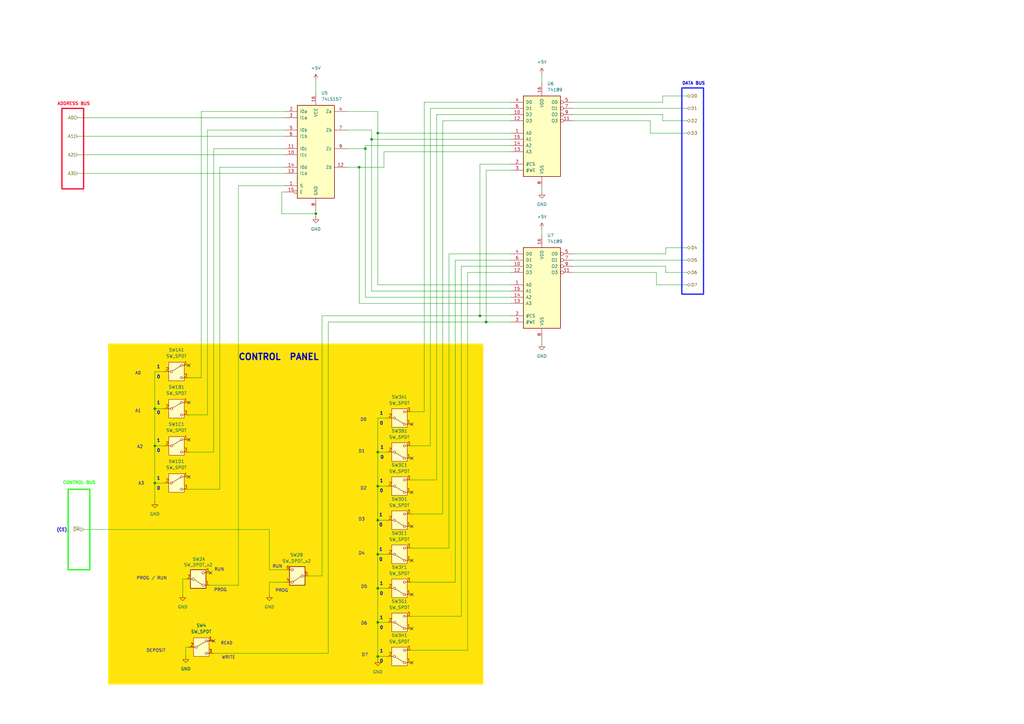
<source format=kicad_sch>
(kicad_sch (version 20231120) (generator "eeschema") (generator_version "8.0")
  (paper "A3")
  (title_block (title "ISAP-1 COMPUTER revision B") (date "2024-11-27") (rev "Version 1") (comment 1 "by Linca Marius Gheorghe") (comment 3 "Memory Subsystem"))
  (lib_symbols
    (symbol "74xx:74LS157" (pin_names (offset 1.016))
      (property "Reference" "U" (at -7.62 19.05 0))
      (property "Value" "74LS157" (at -7.62 -21.59 0))
      (symbol "74LS157_1_0"
        (pin input line (at -12.7 -15.24 0) (length 5.08) (name "S") (number "1"))
        (pin input line (at -12.7 -2.54 0) (length 5.08) (name "I1c") (number "10"))
        (pin input line (at -12.7 0 0) (length 5.08) (name "I0c") (number "11"))
        (pin output line (at 12.7 -7.62 180) (length 5.08) (name "Zd") (number "12"))
        (pin input line (at -12.7 -10.16 0) (length 5.08) (name "I1d") (number "13"))
        (pin input line (at -12.7 -7.62 0) (length 5.08) (name "I0d") (number "14"))
        (pin input inverted (at -12.7 -17.78 0) (length 5.08) (name "E") (number "15"))
        (pin power_in line (at 0 22.86 270) (length 5.08) (name "VCC") (number "16"))
        (pin input line (at -12.7 15.24 0) (length 5.08) (name "I0a") (number "2"))
        (pin input line (at -12.7 12.7 0) (length 5.08) (name "I1a") (number "3"))
        (pin output line (at 12.7 15.24 180) (length 5.08) (name "Za") (number "4"))
        (pin input line (at -12.7 7.62 0) (length 5.08) (name "I0b") (number "5"))
        (pin input line (at -12.7 5.08 0) (length 5.08) (name "I1b") (number "6"))
        (pin output line (at 12.7 7.62 180) (length 5.08) (name "Zb") (number "7"))
        (pin power_in line (at 0 -25.4 90) (length 5.08) (name "GND") (number "8"))
        (pin output line (at 12.7 0 180) (length 5.08) (name "Zc") (number "9"))
      )
      (symbol "74LS157_1_1"
        (rectangle (start -7.62 17.78) (end 7.62 -20.32) (stroke (width 0.254)) (fill (type background)))
      )
    )
    (symbol "Switch:SW_DPDT_x2" (pin_names (offset 0) hide)
      (property "Reference" "SW" (at 0 5.08 0))
      (property "Value" "SW_DPDT_x2" (at 0 -5.08 0))
      (symbol "SW_DPDT_x2_0_0"
        (circle (center -2.032 0) (radius 0.508))
        (circle (center 2.032 -2.54) (radius 0.508))
      )
      (symbol "SW_DPDT_x2_0_1"
        (rectangle (start -3.175 3.81) (end 3.175 -3.81) (stroke (width 0.254)) (fill (type background)))
        (polyline (pts (xy -1.524 0.254) (xy 1.5748 2.286)))
        (circle (center 2.032 2.54) (radius 0.508))
      )
      (symbol "SW_DPDT_x2_1_1"
        (pin passive line (at 5.08 2.54 180) (length 2.54) (name "A") (number "1"))
        (pin passive line (at -5.08 0 0) (length 2.54) (name "B") (number "2"))
        (pin passive line (at 5.08 -2.54 180) (length 2.54) (name "C") (number "3"))
      )
      (symbol "SW_DPDT_x2_2_1"
        (pin passive line (at 5.08 2.54 180) (length 2.54) (name "A") (number "4"))
        (pin passive line (at -5.08 0 0) (length 2.54) (name "B") (number "5"))
        (pin passive line (at 5.08 -2.54 180) (length 2.54) (name "C") (number "6"))
      )
    )
    (symbol "Switch:SW_SPDT" (pin_names (offset 0) hide)
      (property "Reference" "SW" (at 0 5.08 0))
      (property "Value" "SW_SPDT" (at 0 -5.08 0))
      (symbol "SW_SPDT_0_1"
        (circle (center -2.032 0) (radius 0.4572))
        (polyline (pts (xy -1.651 0.254) (xy 1.651 2.286)))
        (circle (center 2.032 -2.54) (radius 0.4572))
        (circle (center 2.032 2.54) (radius 0.4572))
      )
      (symbol "SW_SPDT_1_1"
        (rectangle (start -3.175 3.81) (end 3.175 -3.81) (fill (type background)))
        (pin passive line (at 5.08 2.54 180) (length 2.54) (name "A") (number "1"))
        (pin passive line (at -5.08 0 0) (length 2.54) (name "B") (number "2"))
        (pin passive line (at 5.08 -2.54 180) (length 2.54) (name "C") (number "3"))
      )
    )
    (symbol "TTL_Local:74189" (pin_names (offset 1.016))
      (property "Reference" "U" (at -7.62 16.51 0))
      (property "Value" "74189" (at -7.62 -19.05 0))
      (symbol "74189_1_0"
        (pin input line (at -12.7 0 0) (length 5.08) (name "A0") (number "1"))
        (pin input line (at -12.7 7.62 0) (length 5.08) (name "D2") (number "10"))
        (pin output inverted (at 12.7 5.08 180) (length 5.08) (name "O3") (number "11"))
        (pin input line (at -12.7 5.08 0) (length 5.08) (name "D3") (number "12"))
        (pin input line (at -12.7 -7.62 0) (length 5.08) (name "A3") (number "13"))
        (pin input line (at -12.7 -5.08 0) (length 5.08) (name "A2") (number "14"))
        (pin input line (at -12.7 -2.54 0) (length 5.08) (name "A1") (number "15"))
        (pin power_in line (at 0 20.32 270) (length 5.08) (name "VDD") (number "16"))
        (pin input line (at -12.7 -12.7 0) (length 5.08) (name "#CS") (number "2"))
        (pin input line (at -12.7 -15.24 0) (length 5.08) (name "#WE") (number "3"))
        (pin input line (at -12.7 12.7 0) (length 5.08) (name "D0") (number "4"))
        (pin output inverted (at 12.7 12.7 180) (length 5.08) (name "O0") (number "5"))
        (pin input line (at -12.7 10.16 0) (length 5.08) (name "D1") (number "6"))
        (pin output inverted (at 12.7 10.16 180) (length 5.08) (name "O1") (number "7"))
        (pin power_in line (at 0 -22.86 90) (length 5.08) (name "VSS") (number "8"))
        (pin output inverted (at 12.7 7.62 180) (length 5.08) (name "O2") (number "9"))
      )
      (symbol "74189_1_1"
        (rectangle (start -7.62 15.24) (end 7.62 -17.78) (stroke (width 0.254)) (fill (type background)))
      )
    )
    (symbol "power:+5V" (power) (pin_numbers hide) (pin_names (offset 0) hide)
      (property "Value" "+5V" (at 0 3.556 0))
      (symbol "+5V_0_1"
        (polyline (pts (xy -0.762 1.27) (xy 0 2.54)))
        (polyline (pts (xy 0 0) (xy 0 2.54)))
        (polyline (pts (xy 0 2.54) (xy 0.762 1.27)))
      )
      (symbol "+5V_1_1"
        (pin power_in line (at 0 0 90) (length 0) (name "~") (number "1"))
      )
    )
    (symbol "power:GND" (power) (pin_numbers hide) (pin_names (offset 0) hide)
      (property "Value" "GND" (at 0 -3.81 0))
      (symbol "GND_0_1"
        (polyline (pts (xy 0 0) (xy 0 -1.27) (xy 1.27 -1.27) (xy 0 -2.54) (xy -1.27 -1.27) (xy 0 -1.27)))
      )
      (symbol "GND_1_1"
        (pin power_in line (at 0 0 270) (length 0) (name "~") (number "1"))
      )
    )
  )
  (junction (at 154.94 185.42))
  (junction (at 129.54 87.63))
  (junction (at 154.94 269.24))
  (junction (at 154.94 255.27))
  (junction (at 154.94 213.36))
  (junction (at 63.5 167.64))
  (junction (at 154.94 227.33))
  (junction (at 152.4 57.15))
  (junction (at 196.85 129.54))
  (junction (at 154.94 54.61))
  (junction (at 154.94 199.39))
  (junction (at 199.39 132.08))
  (junction (at 154.94 241.3))
  (junction (at 63.5 182.88))
  (junction (at 149.86 60.96))
  (junction (at 63.5 198.12))
  (junction (at 147.32 68.58))
  (no_connect (at 168.91 243.84))
  (no_connect (at 168.91 215.9))
  (no_connect (at 168.91 187.96))
  (no_connect (at 168.91 173.99))
  (no_connect (at 168.91 229.87))
  (no_connect (at 77.47 180.34))
  (no_connect (at 86.36 234.95))
  (no_connect (at 77.47 149.86))
  (no_connect (at 168.91 257.81))
  (no_connect (at 168.91 271.78))
  (no_connect (at 77.47 165.1))
  (no_connect (at 77.47 195.58))
  (no_connect (at 168.91 201.93))
  (no_connect (at 87.63 262.89))
  (wire (pts (xy 191.77 111.76) (xy 191.77 266.7)))
  (wire (pts (xy 154.94 213.36) (xy 154.94 227.33)))
  (wire (pts (xy 209.55 49.53) (xy 181.61 49.53)))
  (wire (pts (xy 77.47 185.42) (xy 87.63 185.42)))
  (wire (pts (xy 157.48 62.23) (xy 157.48 68.58)))
  (wire (pts (xy 87.63 60.96) (xy 87.63 185.42)))
  (wire (pts (xy 115.57 78.74) (xy 115.57 87.63)))
  (wire (pts (xy 271.78 49.53) (xy 281.94 49.53)))
  (wire (pts (xy 234.95 104.14) (xy 273.05 104.14)))
  (wire (pts (xy 116.84 78.74) (xy 115.57 78.74)))
  (wire (pts (xy 149.86 121.92) (xy 149.86 60.96)))
  (wire (pts (xy 168.91 182.88) (xy 176.53 182.88)))
  (wire (pts (xy 67.31 167.64) (xy 63.5 167.64)))
  (wire (pts (xy 85.09 53.34) (xy 116.84 53.34)))
  (wire (pts (xy 209.55 111.76) (xy 191.77 111.76)))
  (wire (pts (xy 129.54 87.63) (xy 129.54 88.9)))
  (wire (pts (xy 158.75 241.3) (xy 154.94 241.3)))
  (wire (pts (xy 152.4 119.38) (xy 152.4 57.15)))
  (wire (pts (xy 234.95 49.53) (xy 266.7 49.53)))
  (wire (pts (xy 147.32 68.58) (xy 142.24 68.58)))
  (wire (pts (xy 63.5 198.12) (xy 67.31 198.12)))
  (wire (pts (xy 271.78 46.99) (xy 271.78 49.53)))
  (wire (pts (xy 63.5 182.88) (xy 67.31 182.88)))
  (wire (pts (xy 234.95 106.68) (xy 281.94 106.68)))
  (wire (pts (xy 31.75 48.26) (xy 116.84 48.26)))
  (wire (pts (xy 186.69 106.68) (xy 186.69 238.76)))
  (wire (pts (xy 154.94 227.33) (xy 154.94 241.3)))
  (wire (pts (xy 273.05 104.14) (xy 273.05 101.6)))
  (wire (pts (xy 63.5 167.64) (xy 63.5 182.88)))
  (wire (pts (xy 271.78 41.91) (xy 234.95 41.91)))
  (wire (pts (xy 152.4 53.34) (xy 142.24 53.34)))
  (wire (pts (xy 97.79 76.2) (xy 116.84 76.2)))
  (wire (pts (xy 154.94 269.24) (xy 154.94 270.51)))
  (wire (pts (xy 222.25 77.47) (xy 222.25 78.74)))
  (wire (pts (xy 110.49 233.68) (xy 116.84 233.68)))
  (wire (pts (xy 168.91 196.85) (xy 179.07 196.85)))
  (wire (pts (xy 209.55 62.23) (xy 157.48 62.23)))
  (wire (pts (xy 266.7 54.61) (xy 266.7 49.53)))
  (wire (pts (xy 158.75 255.27) (xy 154.94 255.27)))
  (wire (pts (xy 271.78 39.37) (xy 271.78 41.91)))
  (wire (pts (xy 209.55 59.69) (xy 149.86 59.69)))
  (wire (pts (xy 269.24 116.84) (xy 269.24 111.76)))
  (wire (pts (xy 86.36 240.03) (xy 97.79 240.03)))
  (wire (pts (xy 222.25 139.7) (xy 222.25 140.97)))
  (wire (pts (xy 271.78 39.37) (xy 281.94 39.37)))
  (wire (pts (xy 110.49 217.17) (xy 110.49 233.68)))
  (wire (pts (xy 63.5 198.12) (xy 63.5 205.74)))
  (wire (pts (xy 77.47 154.94) (xy 82.55 154.94)))
  (wire (pts (xy 31.75 55.88) (xy 116.84 55.88)))
  (wire (pts (xy 67.31 152.4) (xy 63.5 152.4)))
  (wire (pts (xy 234.95 111.76) (xy 269.24 111.76)))
  (wire (pts (xy 199.39 132.08) (xy 209.55 132.08)))
  (wire (pts (xy 158.75 171.45) (xy 154.94 171.45)))
  (wire (pts (xy 87.63 60.96) (xy 116.84 60.96)))
  (wire (pts (xy 209.55 54.61) (xy 154.94 54.61)))
  (wire (pts (xy 77.47 200.66) (xy 90.17 200.66)))
  (wire (pts (xy 199.39 69.85) (xy 199.39 132.08)))
  (wire (pts (xy 209.55 121.92) (xy 149.86 121.92)))
  (wire (pts (xy 110.49 238.76) (xy 116.84 238.76)))
  (wire (pts (xy 90.17 68.58) (xy 90.17 200.66)))
  (wire (pts (xy 184.15 104.14) (xy 184.15 224.79)))
  (wire (pts (xy 154.94 199.39) (xy 154.94 213.36)))
  (wire (pts (xy 189.23 109.22) (xy 189.23 252.73)))
  (wire (pts (xy 176.53 44.45) (xy 176.53 182.88)))
  (wire (pts (xy 152.4 57.15) (xy 152.4 53.34)))
  (wire (pts (xy 273.05 111.76) (xy 273.05 109.22)))
  (wire (pts (xy 209.55 41.91) (xy 173.99 41.91)))
  (wire (pts (xy 179.07 46.99) (xy 179.07 196.85)))
  (wire (pts (xy 132.08 236.22) (xy 132.08 129.54)))
  (wire (pts (xy 222.25 93.98) (xy 222.25 96.52)))
  (wire (pts (xy 63.5 182.88) (xy 63.5 198.12)))
  (wire (pts (xy 90.17 68.58) (xy 116.84 68.58)))
  (wire (pts (xy 154.94 241.3) (xy 154.94 255.27)))
  (wire (pts (xy 85.09 53.34) (xy 85.09 170.18)))
  (wire (pts (xy 209.55 67.31) (xy 196.85 67.31)))
  (wire (pts (xy 209.55 106.68) (xy 186.69 106.68)))
  (wire (pts (xy 63.5 152.4) (xy 63.5 167.64)))
  (wire (pts (xy 168.91 224.79) (xy 184.15 224.79)))
  (wire (pts (xy 154.94 45.72) (xy 142.24 45.72)))
  (wire (pts (xy 173.99 41.91) (xy 173.99 168.91)))
  (wire (pts (xy 196.85 67.31) (xy 196.85 129.54)))
  (wire (pts (xy 154.94 227.33) (xy 158.75 227.33)))
  (wire (pts (xy 77.47 265.43) (xy 76.2 265.43)))
  (wire (pts (xy 209.55 69.85) (xy 199.39 69.85)))
  (wire (pts (xy 196.85 129.54) (xy 209.55 129.54)))
  (wire (pts (xy 234.95 44.45) (xy 281.94 44.45)))
  (wire (pts (xy 234.95 109.22) (xy 273.05 109.22)))
  (wire (pts (xy 97.79 76.2) (xy 97.79 240.03)))
  (wire (pts (xy 76.2 265.43) (xy 76.2 269.24)))
  (wire (pts (xy 74.93 237.49) (xy 74.93 243.84)))
  (wire (pts (xy 134.62 267.97) (xy 134.62 132.08)))
  (wire (pts (xy 157.48 68.58) (xy 147.32 68.58)))
  (wire (pts (xy 31.75 71.12) (xy 116.84 71.12)))
  (wire (pts (xy 209.55 109.22) (xy 189.23 109.22)))
  (wire (pts (xy 85.09 170.18) (xy 77.47 170.18)))
  (wire (pts (xy 129.54 33.02) (xy 129.54 38.1)))
  (wire (pts (xy 74.93 237.49) (xy 76.2 237.49)))
  (wire (pts (xy 281.94 54.61) (xy 266.7 54.61)))
  (wire (pts (xy 31.75 63.5) (xy 116.84 63.5)))
  (wire (pts (xy 115.57 87.63) (xy 129.54 87.63)))
  (wire (pts (xy 168.91 238.76) (xy 186.69 238.76)))
  (wire (pts (xy 154.94 116.84) (xy 154.94 54.61)))
  (wire (pts (xy 154.94 54.61) (xy 154.94 45.72)))
  (wire (pts (xy 149.86 59.69) (xy 149.86 60.96)))
  (wire (pts (xy 168.91 210.82) (xy 181.61 210.82)))
  (wire (pts (xy 154.94 255.27) (xy 154.94 269.24)))
  (wire (pts (xy 209.55 57.15) (xy 152.4 57.15)))
  (wire (pts (xy 110.49 238.76) (xy 110.49 243.84)))
  (wire (pts (xy 154.94 185.42) (xy 154.94 199.39)))
  (wire (pts (xy 82.55 45.72) (xy 82.55 154.94)))
  (wire (pts (xy 147.32 124.46) (xy 147.32 68.58)))
  (wire (pts (xy 154.94 185.42) (xy 158.75 185.42)))
  (wire (pts (xy 209.55 44.45) (xy 176.53 44.45)))
  (wire (pts (xy 134.62 132.08) (xy 199.39 132.08)))
  (wire (pts (xy 127 236.22) (xy 132.08 236.22)))
  (wire (pts (xy 142.24 60.96) (xy 149.86 60.96)))
  (wire (pts (xy 234.95 46.99) (xy 271.78 46.99)))
  (wire (pts (xy 181.61 49.53) (xy 181.61 210.82)))
  (wire (pts (xy 154.94 213.36) (xy 158.75 213.36)))
  (wire (pts (xy 209.55 116.84) (xy 154.94 116.84)))
  (wire (pts (xy 281.94 116.84) (xy 269.24 116.84)))
  (wire (pts (xy 158.75 269.24) (xy 154.94 269.24)))
  (wire (pts (xy 168.91 168.91) (xy 173.99 168.91)))
  (wire (pts (xy 87.63 267.97) (xy 134.62 267.97)))
  (wire (pts (xy 222.25 30.48) (xy 222.25 34.29)))
  (wire (pts (xy 154.94 199.39) (xy 158.75 199.39)))
  (wire (pts (xy 209.55 104.14) (xy 184.15 104.14)))
  (wire (pts (xy 168.91 266.7) (xy 191.77 266.7)))
  (wire (pts (xy 168.91 252.73) (xy 189.23 252.73)))
  (wire (pts (xy 281.94 111.76) (xy 273.05 111.76)))
  (wire (pts (xy 129.54 86.36) (xy 129.54 87.63)))
  (wire (pts (xy 34.29 217.17) (xy 110.49 217.17)))
  (wire (pts (xy 209.55 119.38) (xy 152.4 119.38)))
  (wire (pts (xy 209.55 124.46) (xy 147.32 124.46)))
  (wire (pts (xy 154.94 171.45) (xy 154.94 185.42)))
  (wire (pts (xy 132.08 129.54) (xy 196.85 129.54)))
  (wire (pts (xy 273.05 101.6) (xy 281.94 101.6)))
  (wire (pts (xy 209.55 46.99) (xy 179.07 46.99)))
  (wire (pts (xy 116.84 45.72) (xy 82.55 45.72)))
  (rectangle (start 44.45 140.97) (end 198.12 280.67) (stroke (width 0) (color 255 227 13 1)) (fill (type color) (color 255 228 12 1)))
  (rectangle (start 25.4 44.45) (end 34.29 77.47) (stroke (width 0.508) (color 255 2 34 1)))
  (rectangle (start 279.654 36.068) (end 288.544 120.65) (stroke (width 0.508) (color 21 31 255 1)))
  (rectangle (start 27.94 200.66) (end 36.83 233.68) (stroke (width 0.508) (color 21 255 12 1)))
  (text "1\n\n0" (at 156.464 199.39 0) (effects (font (size 1.27 1.27) (thickness 0.254) (bold yes))))
  (text "1\n\n0" (at 156.21 227.584 0) (effects (font (size 1.27 1.27) (thickness 0.254) (bold yes))))
  (text "PROG / RUN" (at 62.23 237.236 0) (effects (font (size 1.27 1.27))))
  (text "READ" (at 92.964 263.906 0) (effects (font (size 1.27 1.27))))
  (text "A0" (at 56.642 153.162 0) (effects (font (size 1.27 1.27))))
  (text "PROG" (at 115.57 242.316 0) (effects (font (size 1.27 1.27))))
  (text "1\n\n0" (at 156.21 213.36 0) (effects (font (size 1.27 1.27) (thickness 0.254) (bold yes))))
  (text "RUN" (at 113.792 232.41 0) (effects (font (size 1.27 1.27))))
  (text "D2" (at 149.098 200.406 0) (effects (font (size 1.27 1.27))))
  (text "PROG" (at 90.424 242.062 0) (effects (font (size 1.27 1.27))))
  (text "ADDRESS BUS" (at 30.226 42.672 0) (effects (font (size 1.27 1.27) (thickness 0.254) (bold yes))))
  (text "1\n\n0" (at 156.464 255.524 0) (effects (font (size 1.27 1.27) (thickness 0.254) (bold yes))))
  (text "D1" (at 148.336 185.166 0) (effects (font (size 1.27 1.27))))
  (text "D3" (at 148.336 213.106 0) (effects (font (size 1.27 1.27))))
  (text "A3" (at 57.912 198.374 0) (effects (font (size 1.27 1.27))))
  (text "D0" (at 149.098 172.212 0) (effects (font (size 1.27 1.27))))
  (text "CONTROL  PANEL" (at 114.3 146.558 0) (effects (font (size 2.54 2.54) (thickness 0.508) (bold yes))))
  (text "D4" (at 148.336 227.076 0) (effects (font (size 1.27 1.27))))
  (text "WRITE" (at 93.726 269.748 0) (effects (font (size 1.27 1.27))))
  (text "1\n\n0" (at 65.024 198.374 0) (effects (font (size 1.27 1.27) (thickness 0.254) (bold yes))))
  (text "DEPOSIT" (at 64.008 266.954 0) (effects (font (size 1.27 1.27))))
  (text "A2" (at 57.404 183.388 0) (effects (font (size 1.27 1.27))))
  (text "1\n\n0" (at 65.024 167.386 0) (effects (font (size 1.27 1.27) (thickness 0.254) (bold yes))))
  (text "1\n\n0" (at 156.464 269.24 0) (effects (font (size 1.27 1.27) (thickness 0.254) (bold yes))))
  (text "1\n\n0" (at 156.464 241.554 0) (effects (font (size 1.27 1.27) (thickness 0.254) (bold yes))))
  (text "D6" (at 149.352 255.778 0) (effects (font (size 1.27 1.27))))
  (text "A1" (at 56.642 168.656 0) (effects (font (size 1.27 1.27))))
  (text "1\n\n0" (at 65.024 182.88 0) (effects (font (size 1.27 1.27) (thickness 0.254) (bold yes))))
  (text "DATA BUS" (at 284.48 34.29 0) (effects (font (size 1.27 1.27) (thickness 0.254) (bold yes))))
  (text "1\n\n0" (at 156.718 185.674 0) (effects (font (size 1.27 1.27) (thickness 0.254) (bold yes))))
  (text "D5" (at 149.352 240.792 0) (effects (font (size 1.27 1.27))))
  (text "RUN" (at 89.916 233.68 0) (effects (font (size 1.27 1.27))))
  (text "1\n\n0" (at 65.024 152.654 0) (effects (font (size 1.27 1.27) (thickness 0.254) (bold yes))))
  (text "(CE)" (at 25.4 217.424 0) (effects (font (size 1.27 1.27) (thickness 0.254) (bold yes))))
  (text "D7" (at 149.606 268.732 0) (effects (font (size 1.27 1.27))))
  (text "1\n\n0" (at 156.464 171.704 0) (effects (font (size 1.27 1.27) (thickness 0.254) (bold yes))))
  (text "CONTROL BUS" (at 32.512 198.12 0) (effects (font (size 1.27 1.27) (thickness 0.254) (bold yes))))
  (hierarchical_label "D7" (shape tri_state) (at 281.94 116.84 0))
  (hierarchical_label "D6" (shape tri_state) (at 281.94 111.76 0))
  (hierarchical_label "A3" (shape input) (at 31.75 71.12 180))
  (hierarchical_label "D0" (shape tri_state) (at 281.94 39.37 0))
  (hierarchical_label "D3" (shape tri_state) (at 281.94 54.61 0))
  (hierarchical_label "~{DM}" (shape input) (at 34.29 217.17 180))
  (hierarchical_label "D1" (shape tri_state) (at 281.94 44.45 0))
  (hierarchical_label "D5" (shape tri_state) (at 281.94 106.68 0))
  (hierarchical_label "A1" (shape input) (at 31.75 55.88 180))
  (hierarchical_label "A2" (shape input) (at 31.75 63.5 180))
  (hierarchical_label "D4" (shape tri_state) (at 281.94 101.6 0))
  (hierarchical_label "A0" (shape input) (at 31.75 48.26 180))
  (hierarchical_label "D2" (shape tri_state) (at 281.94 49.53 0))
  (symbol (lib_id "power:+5V") (at 222.25 93.98 0) (unit 1)
    (property "Reference" "#PWR017" (effects (hide yes)))
    (property "Value" "+5V" (at 222.25 88.9 0))
    (property "Description" "Power symbol creates a global label with name \"+5V\"" (effects (hide yes)))
  )
  (symbol (lib_id "74xx:74LS157") (at 129.54 60.96 0) (unit 1)
    (property "Reference" "U5" (at 131.7341 38.1 0) (effects (justify left)))
    (property "Value" "74LS157" (at 131.7341 40.64 0) (effects (justify left)))
    (property "Footprint" "Package_DIP:DIP-16_W7.62mm_LongPads" (effects (hide yes)))
    (property "Datasheet" "http://www.ti.com/lit/gpn/sn74LS157" (effects (hide yes)))
    (property "Description" "Quad 2 to 1 line Multiplexer" (effects (hide yes)))
  )
  (symbol (lib_id "power:GND") (at 129.54 88.9 0) (unit 1)
    (property "Reference" "#PWR012" (effects (hide yes)))
    (property "Value" "GND" (at 129.54 93.98 0))
    (property "Description" "Power symbol creates a global label with name \"GND\" , ground" (effects (hide yes)))
  )
  (symbol (lib_id "power:+5V") (at 129.54 33.02 0) (unit 1)
    (property "Reference" "#PWR011" (effects (hide yes)))
    (property "Value" "+5V" (at 129.54 27.94 0))
    (property "Description" "Power symbol creates a global label with name \"+5V\"" (effects (hide yes)))
  )
  (symbol (lib_id "Switch:SW_SPDT") (at 163.83 241.3 0) (mirror x) (unit 1)
    (property "Reference" "SW3F1" (at 163.83 232.664 0))
    (property "Value" "SW_SPDT" (at 163.83 235.204 0))
    (property "Footprint" "Button_Switch_THT:SW_Slide_SPDT_Straight_CK_OS102011MS2Q" (effects (hide yes)))
    (property "Description" "Switch, single pole double throw" (effects (hide yes)))
  )
  (symbol (lib_id "power:GND") (at 110.49 243.84 0) (unit 1)
    (property "Reference" "#PWR013" (effects (hide yes)))
    (property "Value" "GND" (at 110.49 248.92 0))
    (property "Description" "Power symbol creates a global label with name \"GND\" , ground" (effects (hide yes)))
  )
  (symbol (lib_id "power:GND") (at 74.93 243.84 0) (unit 1)
    (property "Reference" "#PWR0116" (effects (hide yes)))
    (property "Value" "GND" (at 74.93 248.92 0))
    (property "Description" "Power symbol creates a global label with name \"GND\" , ground" (effects (hide yes)))
  )
  (symbol (lib_id "Switch:SW_SPDT") (at 72.39 167.64 0) (unit 1)
    (property "Reference" "SW1B1" (at 72.39 158.75 0))
    (property "Value" "SW_SPDT" (at 72.39 161.29 0))
    (property "Footprint" "Button_Switch_THT:SW_Slide_SPDT_Straight_CK_OS102011MS2Q" (effects (hide yes)))
    (property "Description" "Switch, single pole double throw" (effects (hide yes)))
  )
  (symbol (lib_id "Switch:SW_SPDT") (at 163.83 171.45 0) (mirror x) (unit 1)
    (property "Reference" "SW3A1" (at 163.83 162.814 0))
    (property "Value" "SW_SPDT" (at 163.83 165.354 0))
    (property "Footprint" "Button_Switch_THT:SW_Slide_SPDT_Straight_CK_OS102011MS2Q" (effects (hide yes)))
    (property "Description" "Switch, single pole double throw" (effects (hide yes)))
  )
  (symbol (lib_id "Switch:SW_DPDT_x2") (at 121.92 236.22 180) (unit 2)
    (property "Reference" "SW2" (at 121.666 227.584 0))
    (property "Value" "SW_DPDT_x2" (at 121.666 230.124 0))
    (property "Footprint" "Button_Switch_THT:SW_CK_JS202011CQN_DPDT_Straight" (effects (hide yes)))
    (property "Description" "Switch, dual pole double throw, separate symbols" (effects (hide yes)))
  )
  (symbol (lib_id "power:GND") (at 222.25 140.97 0) (unit 1)
    (property "Reference" "#PWR018" (effects (hide yes)))
    (property "Value" "GND" (at 222.25 146.05 0))
    (property "Description" "Power symbol creates a global label with name \"GND\" , ground" (effects (hide yes)))
  )
  (symbol (lib_id "Switch:SW_SPDT") (at 72.39 182.88 0) (unit 1)
    (property "Reference" "SW1C1" (at 72.39 173.99 0))
    (property "Value" "SW_SPDT" (at 72.39 176.53 0))
    (property "Footprint" "Button_Switch_THT:SW_Slide_SPDT_Straight_CK_OS102011MS2Q" (effects (hide yes)))
    (property "Description" "Switch, single pole double throw" (effects (hide yes)))
  )
  (symbol (lib_id "power:GND") (at 76.2 269.24 0) (unit 1)
    (property "Reference" "#PWR019" (effects (hide yes)))
    (property "Value" "GND" (at 76.2 274.32 0))
    (property "Description" "Power symbol creates a global label with name \"GND\" , ground" (effects (hide yes)))
  )
  (symbol (lib_id "Switch:SW_DPDT_x2") (at 81.28 237.49 0) (mirror x) (unit 1)
    (property "Reference" "SW2" (at 81.534 229.362 0))
    (property "Value" "SW_DPDT_x2" (at 81.28 231.648 0))
    (property "Footprint" "Button_Switch_THT:SW_CK_JS202011CQN_DPDT_Straight" (effects (hide yes)))
    (property "Description" "Switch, dual pole double throw, separate symbols" (effects (hide yes)))
  )
  (symbol (lib_id "Switch:SW_SPDT") (at 72.39 152.4 0) (unit 1)
    (property "Reference" "SW1A1" (at 72.39 143.51 0))
    (property "Value" "SW_SPDT" (at 72.39 146.05 0))
    (property "Footprint" "Button_Switch_THT:SW_Slide_SPDT_Straight_CK_OS102011MS2Q" (effects (hide yes)))
    (property "Description" "Switch, single pole double throw" (effects (hide yes)))
  )
  (symbol (lib_id "TTL_Local:74189") (at 222.25 54.61 0) (unit 1)
    (property "Reference" "U6" (at 224.4441 34.29 0) (effects (justify left)))
    (property "Value" "74189" (at 224.4441 36.83 0) (effects (justify left)))
    (property "Footprint" "Package_DIP:DIP-16_W7.62mm_LongPads" (effects (hide yes)))
    (property "Datasheet" "http://www.intersil.com/content/dam/Intersil/documents/cd40/cd4017bms-22bms.pdf" (effects (hide yes)))
    (property "Description" "Johnson Counter ( 10 outputs )" (effects (hide yes)))
  )
  (symbol (lib_id "Switch:SW_SPDT") (at 163.83 227.33 0) (mirror x) (unit 1)
    (property "Reference" "SW3E1" (at 163.83 218.694 0))
    (property "Value" "SW_SPDT" (at 163.83 221.234 0))
    (property "Footprint" "Button_Switch_THT:SW_Slide_SPDT_Straight_CK_OS102011MS2Q" (effects (hide yes)))
    (property "Description" "Switch, single pole double throw" (effects (hide yes)))
  )
  (symbol (lib_id "power:GND") (at 63.5 205.74 0) (unit 1)
    (property "Reference" "#PWR010" (effects (hide yes)))
    (property "Value" "GND" (at 63.5 210.82 0))
    (property "Description" "Power symbol creates a global label with name \"GND\" , ground" (effects (hide yes)))
  )
  (symbol (lib_id "Switch:SW_SPDT") (at 163.83 199.39 0) (mirror x) (unit 1)
    (property "Reference" "SW3C1" (at 163.83 190.754 0))
    (property "Value" "SW_SPDT" (at 163.83 193.294 0))
    (property "Footprint" "Button_Switch_THT:SW_Slide_SPDT_Straight_CK_OS102011MS2Q" (effects (hide yes)))
    (property "Description" "Switch, single pole double throw" (effects (hide yes)))
  )
  (symbol (lib_id "power:GND") (at 222.25 78.74 0) (unit 1)
    (property "Reference" "#PWR015" (effects (hide yes)))
    (property "Value" "GND" (at 222.25 83.82 0))
    (property "Description" "Power symbol creates a global label with name \"GND\" , ground" (effects (hide yes)))
  )
  (symbol (lib_id "Switch:SW_SPDT") (at 163.83 213.36 0) (mirror x) (unit 1)
    (property "Reference" "SW3D1" (at 163.83 204.724 0))
    (property "Value" "SW_SPDT" (at 163.83 207.264 0))
    (property "Footprint" "Button_Switch_THT:SW_Slide_SPDT_Straight_CK_OS102011MS2Q" (effects (hide yes)))
    (property "Description" "Switch, single pole double throw" (effects (hide yes)))
  )
  (symbol (lib_id "Switch:SW_SPDT") (at 82.55 265.43 0) (unit 1)
    (property "Reference" "SW4" (at 82.55 256.54 0))
    (property "Value" "SW_SPDT" (at 82.55 259.08 0))
    (property "Footprint" "Button_Switch_THT:SW_Slide_SPDT_Straight_CK_OS102011MS2Q" (effects (hide yes)))
    (property "Description" "Switch, single pole double throw" (effects (hide yes)))
  )
  (symbol (lib_id "Switch:SW_SPDT") (at 163.83 185.42 0) (mirror x) (unit 1)
    (property "Reference" "SW3B1" (at 163.83 176.784 0))
    (property "Value" "SW_SPDT" (at 163.83 179.324 0))
    (property "Footprint" "Button_Switch_THT:SW_Slide_SPDT_Straight_CK_OS102011MS2Q" (effects (hide yes)))
    (property "Description" "Switch, single pole double throw" (effects (hide yes)))
  )
  (symbol (lib_id "Switch:SW_SPDT") (at 163.83 255.27 0) (mirror x) (unit 1)
    (property "Reference" "SW3G1" (at 163.83 246.634 0))
    (property "Value" "SW_SPDT" (at 163.83 249.174 0))
    (property "Footprint" "Button_Switch_THT:SW_Slide_SPDT_Straight_CK_OS102011MS2Q" (effects (hide yes)))
    (property "Description" "Switch, single pole double throw" (effects (hide yes)))
  )
  (symbol (lib_id "Switch:SW_SPDT") (at 163.83 269.24 0) (mirror x) (unit 1)
    (property "Reference" "SW3H1" (at 163.83 260.604 0))
    (property "Value" "SW_SPDT" (at 163.83 263.144 0))
    (property "Footprint" "Button_Switch_THT:SW_Slide_SPDT_Straight_CK_OS102011MS2Q" (effects (hide yes)))
    (property "Description" "Switch, single pole double throw" (effects (hide yes)))
  )
  (symbol (lib_id "TTL_Local:74189") (at 222.25 116.84 0) (unit 1)
    (property "Reference" "U7" (at 224.4441 96.52 0) (effects (justify left)))
    (property "Value" "74189" (at 224.4441 99.06 0) (effects (justify left)))
    (property "Footprint" "Package_DIP:DIP-16_W7.62mm_LongPads" (effects (hide yes)))
    (property "Datasheet" "http://www.intersil.com/content/dam/Intersil/documents/cd40/cd4017bms-22bms.pdf" (effects (hide yes)))
    (property "Description" "Johnson Counter ( 10 outputs )" (effects (hide yes)))
  )
  (symbol (lib_id "power:+5V") (at 222.25 30.48 0) (unit 1)
    (property "Reference" "#PWR016" (effects (hide yes)))
    (property "Value" "+5V" (at 222.25 25.4 0))
    (property "Description" "Power symbol creates a global label with name \"+5V\"" (effects (hide yes)))
  )
  (symbol (lib_id "power:GND") (at 154.94 270.51 0) (unit 1)
    (property "Reference" "#PWR014" (effects (hide yes)))
    (property "Value" "GND" (at 154.94 275.59 0))
    (property "Description" "Power symbol creates a global label with name \"GND\" , ground" (effects (hide yes)))
  )
  (symbol (lib_id "Switch:SW_SPDT") (at 72.39 198.12 0) (unit 1)
    (property "Reference" "SW1D1" (at 72.39 189.23 0))
    (property "Value" "SW_SPDT" (at 72.39 191.77 0))
    (property "Footprint" "Button_Switch_THT:SW_Slide_SPDT_Straight_CK_OS102011MS2Q" (effects (hide yes)))
    (property "Description" "Switch, single pole double throw" (effects (hide yes)))
  )
)
</source>
